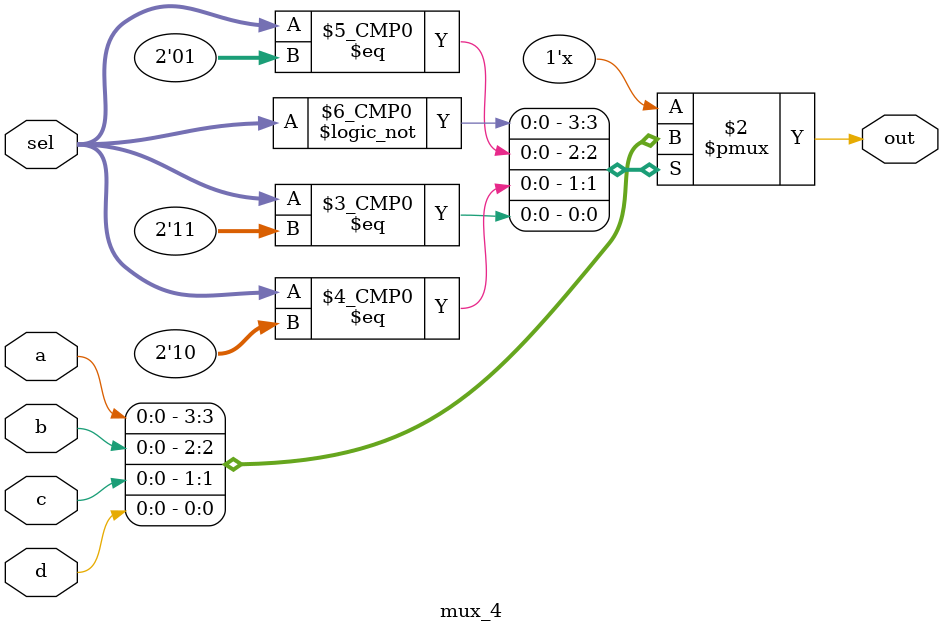
<source format=v>
module mux_4 (
    input a, b, c, d,
    input [1:0] sel,
    output reg out
);

    always @(*) begin
        case(sel)
            2'b00: out = a;
            2'b01: out = b;
            2'b10: out = c;
            2'b11: out = d;
            default: out = 1'bx;
        endcase
    end

endmodule
</source>
